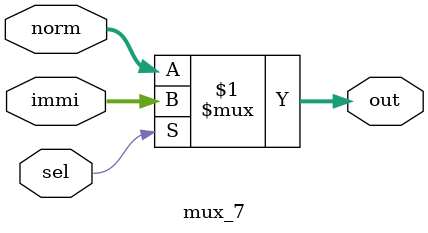
<source format=v>
`timescale 1ns / 1ps
module mux_7(
    input [6:0] norm,
    input [6:0] immi,
    input sel,
	 output [6:0] out
    );

assign out = (sel) ? immi : norm;
endmodule

</source>
